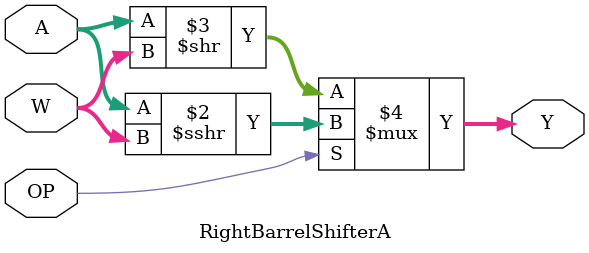
<source format=v>
module RightBarrelShifterA #
(
    parameter width = 32
)
(
    input  wire OP,
    input  wire [$clog2(width) - 1 : 0] W,
    input  wire [width         - 1 : 0] A,
    output reg  [width         - 1 : 0] Y
);

always @(*)
begin
    Y <= OP ? ($signed(A) >>> W) : ($signed(A) >> W);
end

endmodule
</source>
